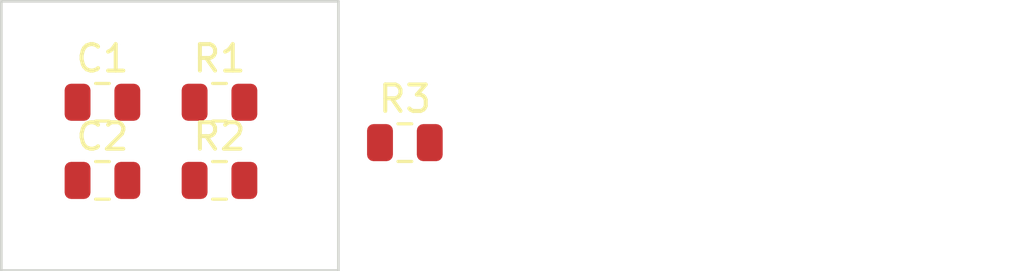
<source format=kicad_pcb>
(kicad_pcb (version 20171130) (host pcbnew 5.1.6+dfsg1-1)

  (general
    (thickness 1.6)
    (drawings 5)
    (tracks 0)
    (zones 0)
    (modules 5)
    (nets 9)
  )

  (page A4)
  (layers
    (0 F.Cu signal)
    (31 B.Cu signal)
    (32 B.Adhes user)
    (33 F.Adhes user)
    (34 B.Paste user)
    (35 F.Paste user)
    (36 B.SilkS user)
    (37 F.SilkS user)
    (38 B.Mask user)
    (39 F.Mask user)
    (40 Dwgs.User user)
    (41 Cmts.User user)
    (42 Eco1.User user)
    (43 Eco2.User user)
    (44 Edge.Cuts user)
    (45 Margin user)
    (46 B.CrtYd user)
    (47 F.CrtYd user)
    (48 B.Fab user)
    (49 F.Fab user)
  )

  (setup
    (last_trace_width 0.25)
    (trace_clearance 0.2)
    (zone_clearance 0.508)
    (zone_45_only no)
    (trace_min 0.2)
    (via_size 0.8)
    (via_drill 0.4)
    (via_min_size 0.4)
    (via_min_drill 0.3)
    (uvia_size 0.3)
    (uvia_drill 0.1)
    (uvias_allowed no)
    (uvia_min_size 0.2)
    (uvia_min_drill 0.1)
    (edge_width 0.1)
    (segment_width 0.2)
    (pcb_text_width 0.3)
    (pcb_text_size 1.5 1.5)
    (mod_edge_width 0.15)
    (mod_text_size 1 1)
    (mod_text_width 0.15)
    (pad_size 1.524 1.524)
    (pad_drill 0.762)
    (pad_to_mask_clearance 0)
    (aux_axis_origin 139.89 89.63)
    (visible_elements FFFFFF7F)
    (pcbplotparams
      (layerselection 0x010fc_ffffffff)
      (usegerberextensions false)
      (usegerberattributes true)
      (usegerberadvancedattributes true)
      (creategerberjobfile true)
      (excludeedgelayer true)
      (linewidth 0.100000)
      (plotframeref false)
      (viasonmask false)
      (mode 1)
      (useauxorigin false)
      (hpglpennumber 1)
      (hpglpenspeed 20)
      (hpglpendiameter 15.000000)
      (psnegative false)
      (psa4output false)
      (plotreference true)
      (plotvalue true)
      (plotinvisibletext false)
      (padsonsilk false)
      (subtractmaskfromsilk false)
      (outputformat 1)
      (mirror false)
      (drillshape 1)
      (scaleselection 1)
      (outputdirectory ""))
  )

  (net 0 "")
  (net 1 "Net-(C1-Pad2)")
  (net 2 "Net-(C1-Pad1)")
  (net 3 "Net-(C2-Pad2)")
  (net 4 "Net-(C2-Pad1)")
  (net 5 "Net-(R1-Pad2)")
  (net 6 "Net-(R1-Pad1)")
  (net 7 "Net-(R2-Pad2)")
  (net 8 "Net-(R2-Pad1)")

  (net_class Default "Esta es la clase de red por defecto."
    (clearance 0.2)
    (trace_width 0.25)
    (via_dia 0.8)
    (via_drill 0.4)
    (uvia_dia 0.3)
    (uvia_drill 0.1)
    (add_net "Net-(C1-Pad1)")
    (add_net "Net-(C1-Pad2)")
    (add_net "Net-(C2-Pad1)")
    (add_net "Net-(C2-Pad2)")
    (add_net "Net-(R1-Pad1)")
    (add_net "Net-(R1-Pad2)")
    (add_net "Net-(R2-Pad1)")
    (add_net "Net-(R2-Pad2)")
  )

  (module Resistor_SMD:R_0805_2012Metric (layer F.Cu) (tedit 5B36C52B) (tstamp 5F503C4A)
    (at 148.555 89.154)
    (descr "Resistor SMD 0805 (2012 Metric), square (rectangular) end terminal, IPC_7351 nominal, (Body size source: https://docs.google.com/spreadsheets/d/1BsfQQcO9C6DZCsRaXUlFlo91Tg2WpOkGARC1WS5S8t0/edit?usp=sharing), generated with kicad-footprint-generator")
    (tags resistor)
    (path /5F43D144)
    (attr smd)
    (fp_text reference R3 (at 0 -1.65) (layer F.SilkS)
      (effects (font (size 1 1) (thickness 0.15)))
    )
    (fp_text value 1k (at 0 1.65) (layer F.Fab)
      (effects (font (size 1 1) (thickness 0.15)))
    )
    (fp_circle (center 0 0) (end 0.4 0) (layer F.Adhes) (width 0.1))
    (fp_line (start 1.68 0.95) (end -1.68 0.95) (layer F.CrtYd) (width 0.05))
    (fp_line (start 1.68 -0.95) (end 1.68 0.95) (layer F.CrtYd) (width 0.05))
    (fp_line (start -1.68 -0.95) (end 1.68 -0.95) (layer F.CrtYd) (width 0.05))
    (fp_line (start -1.68 0.95) (end -1.68 -0.95) (layer F.CrtYd) (width 0.05))
    (fp_line (start -0.258578 0.71) (end 0.258578 0.71) (layer F.SilkS) (width 0.12))
    (fp_line (start -0.258578 -0.71) (end 0.258578 -0.71) (layer F.SilkS) (width 0.12))
    (fp_line (start 1 0.6) (end -1 0.6) (layer F.Fab) (width 0.1))
    (fp_line (start 1 -0.6) (end 1 0.6) (layer F.Fab) (width 0.1))
    (fp_line (start -1 -0.6) (end 1 -0.6) (layer F.Fab) (width 0.1))
    (fp_line (start -1 0.6) (end -1 -0.6) (layer F.Fab) (width 0.1))
    (fp_text user %R (at 0 0) (layer F.Fab)
      (effects (font (size 0.5 0.5) (thickness 0.08)))
    )
    (pad 1 smd roundrect (at -0.9375 0) (size 0.975 1.4) (layers F.Cu F.Paste F.Mask) (roundrect_rratio 0.25))
    (pad 2 smd roundrect (at 0.9375 0) (size 0.975 1.4) (layers F.Cu F.Paste F.Mask) (roundrect_rratio 0.25))
    (model ${KISYS3DMOD}/Resistor_SMD.3dshapes/R_0805_2012Metric.wrl
      (at (xyz 0 0 0))
      (scale (xyz 1 1 1))
      (rotate (xyz 0 0 0))
    )
  )

  (module Resistor_SMD:R_0805_2012Metric (layer F.Cu) (tedit 5B36C52B) (tstamp 5F496A8B)
    (at 141.57 90.58)
    (descr "Resistor SMD 0805 (2012 Metric), square (rectangular) end terminal, IPC_7351 nominal, (Body size source: https://docs.google.com/spreadsheets/d/1BsfQQcO9C6DZCsRaXUlFlo91Tg2WpOkGARC1WS5S8t0/edit?usp=sharing), generated with kicad-footprint-generator")
    (tags resistor)
    (path /5F43D4BB)
    (fp_text reference R2 (at 0 -1.65) (layer F.SilkS)
      (effects (font (size 1 1) (thickness 0.15)))
    )
    (fp_text value 1000 (at 0 1.65) (layer F.Fab)
      (effects (font (size 1 1) (thickness 0.15)))
    )
    (fp_circle (center 0 0) (end 0.4 0) (layer F.Adhes) (width 0.1))
    (fp_line (start 1.68 0.95) (end -1.68 0.95) (layer F.CrtYd) (width 0.05))
    (fp_line (start 1.68 -0.95) (end 1.68 0.95) (layer F.CrtYd) (width 0.05))
    (fp_line (start -1.68 -0.95) (end 1.68 -0.95) (layer F.CrtYd) (width 0.05))
    (fp_line (start -1.68 0.95) (end -1.68 -0.95) (layer F.CrtYd) (width 0.05))
    (fp_line (start -0.258578 0.71) (end 0.258578 0.71) (layer F.SilkS) (width 0.12))
    (fp_line (start -0.258578 -0.71) (end 0.258578 -0.71) (layer F.SilkS) (width 0.12))
    (fp_line (start 1 0.6) (end -1 0.6) (layer F.Fab) (width 0.1))
    (fp_line (start 1 -0.6) (end 1 0.6) (layer F.Fab) (width 0.1))
    (fp_line (start -1 -0.6) (end 1 -0.6) (layer F.Fab) (width 0.1))
    (fp_line (start -1 0.6) (end -1 -0.6) (layer F.Fab) (width 0.1))
    (fp_text user %R (at 0 0) (layer F.Fab)
      (effects (font (size 0.5 0.5) (thickness 0.08)))
    )
    (pad 2 smd roundrect (at 0.9375 0) (size 0.975 1.4) (layers F.Cu F.Paste F.Mask) (roundrect_rratio 0.25)
      (net 7 "Net-(R2-Pad2)"))
    (pad 1 smd roundrect (at -0.9375 0) (size 0.975 1.4) (layers F.Cu F.Paste F.Mask) (roundrect_rratio 0.25)
      (net 8 "Net-(R2-Pad1)"))
    (model ${KISYS3DMOD}/Resistor_SMD.3dshapes/R_0805_2012Metric.wrl
      (at (xyz 0 0 0))
      (scale (xyz 1 1 1))
      (rotate (xyz 0 0 0))
    )
  )

  (module Resistor_SMD:R_0805_2012Metric (layer F.Cu) (tedit 5B36C52B) (tstamp 5F503C2A)
    (at 141.57 87.63)
    (descr "Resistor SMD 0805 (2012 Metric), square (rectangular) end terminal, IPC_7351 nominal, (Body size source: https://docs.google.com/spreadsheets/d/1BsfQQcO9C6DZCsRaXUlFlo91Tg2WpOkGARC1WS5S8t0/edit?usp=sharing), generated with kicad-footprint-generator")
    (tags resistor)
    (path /5F43D144)
    (attr smd)
    (fp_text reference R1 (at 0 -1.65) (layer F.SilkS)
      (effects (font (size 1 1) (thickness 0.15)))
    )
    (fp_text value 1k (at 0 1.65) (layer F.Fab)
      (effects (font (size 1 1) (thickness 0.15)))
    )
    (fp_circle (center 0 0) (end 0.4 0) (layer F.Adhes) (width 0.1))
    (fp_line (start 1.68 0.95) (end -1.68 0.95) (layer F.CrtYd) (width 0.05))
    (fp_line (start 1.68 -0.95) (end 1.68 0.95) (layer F.CrtYd) (width 0.05))
    (fp_line (start -1.68 -0.95) (end 1.68 -0.95) (layer F.CrtYd) (width 0.05))
    (fp_line (start -1.68 0.95) (end -1.68 -0.95) (layer F.CrtYd) (width 0.05))
    (fp_line (start -0.258578 0.71) (end 0.258578 0.71) (layer F.SilkS) (width 0.12))
    (fp_line (start -0.258578 -0.71) (end 0.258578 -0.71) (layer F.SilkS) (width 0.12))
    (fp_line (start 1 0.6) (end -1 0.6) (layer F.Fab) (width 0.1))
    (fp_line (start 1 -0.6) (end 1 0.6) (layer F.Fab) (width 0.1))
    (fp_line (start -1 -0.6) (end 1 -0.6) (layer F.Fab) (width 0.1))
    (fp_line (start -1 0.6) (end -1 -0.6) (layer F.Fab) (width 0.1))
    (fp_text user %R (at 0 0) (layer F.Fab)
      (effects (font (size 0.5 0.5) (thickness 0.08)))
    )
    (pad 2 smd roundrect (at 0.9375 0) (size 0.975 1.4) (layers F.Cu F.Paste F.Mask) (roundrect_rratio 0.25)
      (net 5 "Net-(R1-Pad2)"))
    (pad 1 smd roundrect (at -0.9375 0) (size 0.975 1.4) (layers F.Cu F.Paste F.Mask) (roundrect_rratio 0.25)
      (net 6 "Net-(R1-Pad1)"))
    (model ${KISYS3DMOD}/Resistor_SMD.3dshapes/R_0805_2012Metric.wrl
      (at (xyz 0 0 0))
      (scale (xyz 1 1 1))
      (rotate (xyz 0 0 0))
    )
  )

  (module Capacitor_SMD:C_0805_2012Metric (layer F.Cu) (tedit 5B36C52B) (tstamp 5F496A69)
    (at 137.16 90.58)
    (descr "Capacitor SMD 0805 (2012 Metric), square (rectangular) end terminal, IPC_7351 nominal, (Body size source: https://docs.google.com/spreadsheets/d/1BsfQQcO9C6DZCsRaXUlFlo91Tg2WpOkGARC1WS5S8t0/edit?usp=sharing), generated with kicad-footprint-generator")
    (tags capacitor)
    (path /5F43CE1C)
    (fp_text reference C2 (at 0 -1.65) (layer F.SilkS)
      (effects (font (size 1 1) (thickness 0.15)))
    )
    (fp_text value "1000 pF" (at 0 1.65) (layer F.Fab)
      (effects (font (size 1 1) (thickness 0.15)))
    )
    (fp_circle (center 0 0) (end 0.4 0) (layer F.Adhes) (width 0.1))
    (fp_line (start 1.68 0.95) (end -1.68 0.95) (layer F.CrtYd) (width 0.05))
    (fp_line (start 1.68 -0.95) (end 1.68 0.95) (layer F.CrtYd) (width 0.05))
    (fp_line (start -1.68 -0.95) (end 1.68 -0.95) (layer F.CrtYd) (width 0.05))
    (fp_line (start -1.68 0.95) (end -1.68 -0.95) (layer F.CrtYd) (width 0.05))
    (fp_line (start -0.258578 0.71) (end 0.258578 0.71) (layer F.SilkS) (width 0.12))
    (fp_line (start -0.258578 -0.71) (end 0.258578 -0.71) (layer F.SilkS) (width 0.12))
    (fp_line (start 1 0.6) (end -1 0.6) (layer F.Fab) (width 0.1))
    (fp_line (start 1 -0.6) (end 1 0.6) (layer F.Fab) (width 0.1))
    (fp_line (start -1 -0.6) (end 1 -0.6) (layer F.Fab) (width 0.1))
    (fp_line (start -1 0.6) (end -1 -0.6) (layer F.Fab) (width 0.1))
    (fp_text user %R (at 0 0) (layer F.Fab)
      (effects (font (size 0.5 0.5) (thickness 0.08)))
    )
    (pad 2 smd roundrect (at 0.9375 0) (size 0.975 1.4) (layers F.Cu F.Paste F.Mask) (roundrect_rratio 0.25)
      (net 3 "Net-(C2-Pad2)"))
    (pad 1 smd roundrect (at -0.9375 0) (size 0.975 1.4) (layers F.Cu F.Paste F.Mask) (roundrect_rratio 0.25)
      (net 4 "Net-(C2-Pad1)"))
    (model ${KISYS3DMOD}/Capacitor_SMD.3dshapes/C_0805_2012Metric.wrl
      (at (xyz 0 0 0))
      (scale (xyz 1 1 1))
      (rotate (xyz 0 0 0))
    )
  )

  (module Capacitor_SMD:C_0805_2012Metric (layer F.Cu) (tedit 5B36C52B) (tstamp 5F496A58)
    (at 137.16 87.63)
    (descr "Capacitor SMD 0805 (2012 Metric), square (rectangular) end terminal, IPC_7351 nominal, (Body size source: https://docs.google.com/spreadsheets/d/1BsfQQcO9C6DZCsRaXUlFlo91Tg2WpOkGARC1WS5S8t0/edit?usp=sharing), generated with kicad-footprint-generator")
    (tags capacitor)
    (path /5F43BEC2)
    (attr virtual)
    (fp_text reference C1 (at 0 -1.65) (layer F.SilkS)
      (effects (font (size 1 1) (thickness 0.15)))
    )
    (fp_text value 1nF (at 0 1.65) (layer F.Fab)
      (effects (font (size 1 1) (thickness 0.15)))
    )
    (fp_circle (center 0 0) (end 0.4 0) (layer F.Adhes) (width 0.1))
    (fp_line (start 1.68 0.95) (end -1.68 0.95) (layer F.CrtYd) (width 0.05))
    (fp_line (start 1.68 -0.95) (end 1.68 0.95) (layer F.CrtYd) (width 0.05))
    (fp_line (start -1.68 -0.95) (end 1.68 -0.95) (layer F.CrtYd) (width 0.05))
    (fp_line (start -1.68 0.95) (end -1.68 -0.95) (layer F.CrtYd) (width 0.05))
    (fp_line (start -0.258578 0.71) (end 0.258578 0.71) (layer F.SilkS) (width 0.12))
    (fp_line (start -0.258578 -0.71) (end 0.258578 -0.71) (layer F.SilkS) (width 0.12))
    (fp_line (start 1 0.6) (end -1 0.6) (layer F.Fab) (width 0.1))
    (fp_line (start 1 -0.6) (end 1 0.6) (layer F.Fab) (width 0.1))
    (fp_line (start -1 -0.6) (end 1 -0.6) (layer F.Fab) (width 0.1))
    (fp_line (start -1 0.6) (end -1 -0.6) (layer F.Fab) (width 0.1))
    (fp_text user %R (at 0 0) (layer F.Fab)
      (effects (font (size 0.5 0.5) (thickness 0.08)))
    )
    (pad 2 smd roundrect (at 0.9375 0) (size 0.975 1.4) (layers F.Cu F.Paste F.Mask) (roundrect_rratio 0.25)
      (net 1 "Net-(C1-Pad2)"))
    (pad 1 smd roundrect (at -0.9375 0) (size 0.975 1.4) (layers F.Cu F.Paste F.Mask) (roundrect_rratio 0.25)
      (net 2 "Net-(C1-Pad1)"))
    (model ${KISYS3DMOD}/Capacitor_SMD.3dshapes/C_0805_2012Metric.wrl
      (at (xyz 0 0 0))
      (scale (xyz 1 1 1))
      (rotate (xyz 0 0 0))
    )
    (model ${KISYS3DMOD}/Resistor_SMD.3dshapes/R_0805_2012Metric.wrl
      (at (xyz 0 0 0))
      (scale (xyz 1 1 1))
      (rotate (xyz 0 0 0))
    )
  )

  (gr_text "Bogus component.\nNot in schematic." (at 161.163 89.281) (layer Cmts.User)
    (effects (font (size 1.5 1.5) (thickness 0.3)))
  )
  (gr_line (start 133.35 83.82) (end 133.35 93.98) (layer Edge.Cuts) (width 0.1) (tstamp 5F496ACC))
  (gr_line (start 146.05 83.82) (end 133.35 83.82) (layer Edge.Cuts) (width 0.1))
  (gr_line (start 146.05 93.98) (end 146.05 83.82) (layer Edge.Cuts) (width 0.1))
  (gr_line (start 133.35 93.98) (end 146.05 93.98) (layer Edge.Cuts) (width 0.1))

)

</source>
